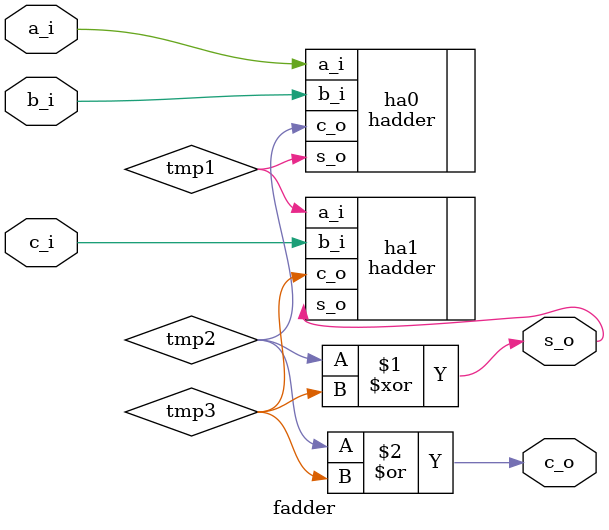
<source format=sv>
module fadder(
  input  logic a_i,
  input  logic b_i,
  input  logic c_i,
  output logic s_o,
  output logic c_o
);

  logic tmp1;
  logic tmp2;
  logic tmp3;

  hadder ha0(
    .a_i(a_i ),
    .b_i(b_i ),
    .s_o(tmp1),
    .c_o(tmp2)
  );

  hadder ha1(
    .a_i(tmp1),
    .b_i(c_i ),
    .s_o(s_o ),
    .c_o(tmp3)
  );

  assign s_o = tmp2^tmp3; // function bug
  assign c_o = tmp2|tmp3;

endmodule : fadder

</source>
